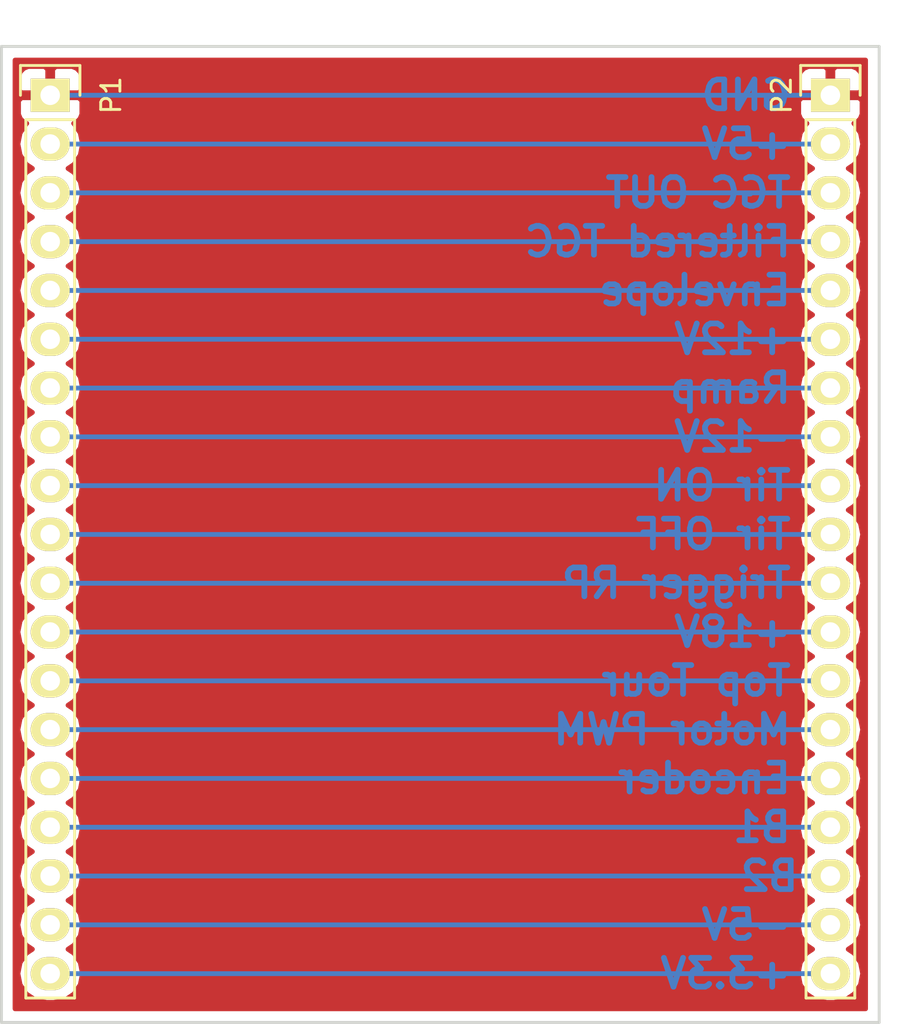
<source format=kicad_pcb>
(kicad_pcb (version 4) (host pcbnew 4.0.3+e1-6302~38~ubuntu16.04.1-stable)

  (general
    (links 19)
    (no_connects 0)
    (area 105.334999 102.794999 151.205001 153.745001)
    (thickness 1.6)
    (drawings 23)
    (tracks 19)
    (zones 0)
    (modules 2)
    (nets 20)
  )

  (page A4)
  (layers
    (0 F.Cu signal)
    (31 B.Cu signal)
    (32 B.Adhes user)
    (33 F.Adhes user)
    (34 B.Paste user)
    (35 F.Paste user)
    (36 B.SilkS user)
    (37 F.SilkS user)
    (38 B.Mask user)
    (39 F.Mask user)
    (40 Dwgs.User user)
    (41 Cmts.User user)
    (42 Eco1.User user)
    (43 Eco2.User user)
    (44 Edge.Cuts user)
    (45 Margin user)
    (46 B.CrtYd user)
    (47 F.CrtYd user)
    (48 B.Fab user)
    (49 F.Fab user)
  )

  (setup
    (last_trace_width 0.25)
    (trace_clearance 0.2)
    (zone_clearance 0.508)
    (zone_45_only no)
    (trace_min 0.2)
    (segment_width 0.2)
    (edge_width 0.15)
    (via_size 0.6)
    (via_drill 0.4)
    (via_min_size 0.4)
    (via_min_drill 0.3)
    (uvia_size 0.3)
    (uvia_drill 0.1)
    (uvias_allowed no)
    (uvia_min_size 0.2)
    (uvia_min_drill 0.1)
    (pcb_text_width 0.3)
    (pcb_text_size 1.5 1.5)
    (mod_edge_width 0.15)
    (mod_text_size 1 1)
    (mod_text_width 0.15)
    (pad_size 1.524 1.524)
    (pad_drill 0.762)
    (pad_to_mask_clearance 0.2)
    (aux_axis_origin 0 0)
    (visible_elements 7FFFFFFF)
    (pcbplotparams
      (layerselection 0x00030_80000001)
      (usegerberextensions false)
      (excludeedgelayer true)
      (linewidth 0.100000)
      (plotframeref false)
      (viasonmask false)
      (mode 1)
      (useauxorigin false)
      (hpglpennumber 1)
      (hpglpenspeed 20)
      (hpglpendiameter 15)
      (hpglpenoverlay 2)
      (psnegative false)
      (psa4output false)
      (plotreference true)
      (plotvalue true)
      (plotinvisibletext false)
      (padsonsilk false)
      (subtractmaskfromsilk false)
      (outputformat 1)
      (mirror false)
      (drillshape 0)
      (scaleselection 1)
      (outputdirectory gerber/))
  )

  (net 0 "")
  (net 1 "Net-(P1-Pad2)")
  (net 2 "Net-(P1-Pad3)")
  (net 3 "Net-(P1-Pad4)")
  (net 4 "Net-(P1-Pad5)")
  (net 5 "Net-(P1-Pad6)")
  (net 6 "Net-(P1-Pad7)")
  (net 7 "Net-(P1-Pad8)")
  (net 8 "Net-(P1-Pad9)")
  (net 9 "Net-(P1-Pad10)")
  (net 10 "Net-(P1-Pad11)")
  (net 11 "Net-(P1-Pad12)")
  (net 12 "Net-(P1-Pad13)")
  (net 13 "Net-(P1-Pad14)")
  (net 14 "Net-(P1-Pad15)")
  (net 15 "Net-(P1-Pad16)")
  (net 16 "Net-(P1-Pad17)")
  (net 17 "Net-(P1-Pad18)")
  (net 18 "Net-(P1-Pad19)")
  (net 19 GND)

  (net_class Default "This is the default net class."
    (clearance 0.2)
    (trace_width 0.25)
    (via_dia 0.6)
    (via_drill 0.4)
    (uvia_dia 0.3)
    (uvia_drill 0.1)
    (add_net GND)
    (add_net "Net-(P1-Pad10)")
    (add_net "Net-(P1-Pad11)")
    (add_net "Net-(P1-Pad12)")
    (add_net "Net-(P1-Pad13)")
    (add_net "Net-(P1-Pad14)")
    (add_net "Net-(P1-Pad15)")
    (add_net "Net-(P1-Pad16)")
    (add_net "Net-(P1-Pad17)")
    (add_net "Net-(P1-Pad18)")
    (add_net "Net-(P1-Pad19)")
    (add_net "Net-(P1-Pad2)")
    (add_net "Net-(P1-Pad3)")
    (add_net "Net-(P1-Pad4)")
    (add_net "Net-(P1-Pad5)")
    (add_net "Net-(P1-Pad6)")
    (add_net "Net-(P1-Pad7)")
    (add_net "Net-(P1-Pad8)")
    (add_net "Net-(P1-Pad9)")
  )

  (module Socket_Strips:Socket_Strip_Straight_1x19 (layer F.Cu) (tedit 57B56937) (tstamp 57B3452D)
    (at 107.95 105.41 270)
    (descr "Through hole socket strip")
    (tags "socket strip")
    (path /57B344A5)
    (fp_text reference P1 (at 0 -3.175 270) (layer F.SilkS)
      (effects (font (size 1 1) (thickness 0.15)))
    )
    (fp_text value CONN_01X19 (at 0 -3.1 270) (layer F.Fab)
      (effects (font (size 1 1) (thickness 0.15)))
    )
    (fp_line (start -1.75 -1.75) (end -1.75 1.75) (layer F.CrtYd) (width 0.05))
    (fp_line (start 47.5 -1.75) (end 47.5 1.75) (layer F.CrtYd) (width 0.05))
    (fp_line (start -1.75 -1.75) (end 47.5 -1.75) (layer F.CrtYd) (width 0.05))
    (fp_line (start -1.75 1.75) (end 47.5 1.75) (layer F.CrtYd) (width 0.05))
    (fp_line (start 1.27 1.27) (end 46.99 1.27) (layer F.SilkS) (width 0.15))
    (fp_line (start 46.99 1.27) (end 46.99 -1.27) (layer F.SilkS) (width 0.15))
    (fp_line (start 46.99 -1.27) (end 1.27 -1.27) (layer F.SilkS) (width 0.15))
    (fp_line (start -1.55 1.55) (end 0 1.55) (layer F.SilkS) (width 0.15))
    (fp_line (start 1.27 1.27) (end 1.27 -1.27) (layer F.SilkS) (width 0.15))
    (fp_line (start 0 -1.55) (end -1.55 -1.55) (layer F.SilkS) (width 0.15))
    (fp_line (start -1.55 -1.55) (end -1.55 1.55) (layer F.SilkS) (width 0.15))
    (pad 1 thru_hole rect (at 0 0 270) (size 1.7272 2.032) (drill 1.016) (layers *.Cu *.Mask F.SilkS)
      (net 19 GND))
    (pad 2 thru_hole oval (at 2.54 0 270) (size 1.7272 2.032) (drill 1.016) (layers *.Cu *.Mask F.SilkS)
      (net 1 "Net-(P1-Pad2)"))
    (pad 3 thru_hole oval (at 5.08 0 270) (size 1.7272 2.032) (drill 1.016) (layers *.Cu *.Mask F.SilkS)
      (net 2 "Net-(P1-Pad3)"))
    (pad 4 thru_hole oval (at 7.62 0 270) (size 1.7272 2.032) (drill 1.016) (layers *.Cu *.Mask F.SilkS)
      (net 3 "Net-(P1-Pad4)"))
    (pad 5 thru_hole oval (at 10.16 0 270) (size 1.7272 2.032) (drill 1.016) (layers *.Cu *.Mask F.SilkS)
      (net 4 "Net-(P1-Pad5)"))
    (pad 6 thru_hole oval (at 12.7 0 270) (size 1.7272 2.032) (drill 1.016) (layers *.Cu *.Mask F.SilkS)
      (net 5 "Net-(P1-Pad6)"))
    (pad 7 thru_hole oval (at 15.24 0 270) (size 1.7272 2.032) (drill 1.016) (layers *.Cu *.Mask F.SilkS)
      (net 6 "Net-(P1-Pad7)"))
    (pad 8 thru_hole oval (at 17.78 0 270) (size 1.7272 2.032) (drill 1.016) (layers *.Cu *.Mask F.SilkS)
      (net 7 "Net-(P1-Pad8)"))
    (pad 9 thru_hole oval (at 20.32 0 270) (size 1.7272 2.032) (drill 1.016) (layers *.Cu *.Mask F.SilkS)
      (net 8 "Net-(P1-Pad9)"))
    (pad 10 thru_hole oval (at 22.86 0 270) (size 1.7272 2.032) (drill 1.016) (layers *.Cu *.Mask F.SilkS)
      (net 9 "Net-(P1-Pad10)"))
    (pad 11 thru_hole oval (at 25.4 0 270) (size 1.7272 2.032) (drill 1.016) (layers *.Cu *.Mask F.SilkS)
      (net 10 "Net-(P1-Pad11)"))
    (pad 12 thru_hole oval (at 27.94 0 270) (size 1.7272 2.032) (drill 1.016) (layers *.Cu *.Mask F.SilkS)
      (net 11 "Net-(P1-Pad12)"))
    (pad 13 thru_hole oval (at 30.48 0 270) (size 1.7272 2.032) (drill 1.016) (layers *.Cu *.Mask F.SilkS)
      (net 12 "Net-(P1-Pad13)"))
    (pad 14 thru_hole oval (at 33.02 0 270) (size 1.7272 2.032) (drill 1.016) (layers *.Cu *.Mask F.SilkS)
      (net 13 "Net-(P1-Pad14)"))
    (pad 15 thru_hole oval (at 35.56 0 270) (size 1.7272 2.032) (drill 1.016) (layers *.Cu *.Mask F.SilkS)
      (net 14 "Net-(P1-Pad15)"))
    (pad 16 thru_hole oval (at 38.1 0 270) (size 1.7272 2.032) (drill 1.016) (layers *.Cu *.Mask F.SilkS)
      (net 15 "Net-(P1-Pad16)"))
    (pad 17 thru_hole oval (at 40.64 0 270) (size 1.7272 2.032) (drill 1.016) (layers *.Cu *.Mask F.SilkS)
      (net 16 "Net-(P1-Pad17)"))
    (pad 18 thru_hole oval (at 43.18 0 270) (size 1.7272 2.032) (drill 1.016) (layers *.Cu *.Mask F.SilkS)
      (net 17 "Net-(P1-Pad18)"))
    (pad 19 thru_hole oval (at 45.72 0 270) (size 1.7272 2.032) (drill 1.016) (layers *.Cu *.Mask F.SilkS)
      (net 18 "Net-(P1-Pad19)"))
    (model Socket_Strips.3dshapes/Socket_Strip_Straight_1x19.wrl
      (at (xyz 0.9 0 0))
      (scale (xyz 1 1 1))
      (rotate (xyz 0 0 180))
    )
  )

  (module Socket_Strips:Socket_Strip_Straight_1x19 (layer F.Cu) (tedit 57B5693B) (tstamp 57B34544)
    (at 148.59 105.41 270)
    (descr "Through hole socket strip")
    (tags "socket strip")
    (path /57B344F4)
    (fp_text reference P2 (at 0 2.54 270) (layer F.SilkS)
      (effects (font (size 1 1) (thickness 0.15)))
    )
    (fp_text value CONN_01X19 (at 0 -3.1 270) (layer F.Fab)
      (effects (font (size 1 1) (thickness 0.15)))
    )
    (fp_line (start -1.75 -1.75) (end -1.75 1.75) (layer F.CrtYd) (width 0.05))
    (fp_line (start 47.5 -1.75) (end 47.5 1.75) (layer F.CrtYd) (width 0.05))
    (fp_line (start -1.75 -1.75) (end 47.5 -1.75) (layer F.CrtYd) (width 0.05))
    (fp_line (start -1.75 1.75) (end 47.5 1.75) (layer F.CrtYd) (width 0.05))
    (fp_line (start 1.27 1.27) (end 46.99 1.27) (layer F.SilkS) (width 0.15))
    (fp_line (start 46.99 1.27) (end 46.99 -1.27) (layer F.SilkS) (width 0.15))
    (fp_line (start 46.99 -1.27) (end 1.27 -1.27) (layer F.SilkS) (width 0.15))
    (fp_line (start -1.55 1.55) (end 0 1.55) (layer F.SilkS) (width 0.15))
    (fp_line (start 1.27 1.27) (end 1.27 -1.27) (layer F.SilkS) (width 0.15))
    (fp_line (start 0 -1.55) (end -1.55 -1.55) (layer F.SilkS) (width 0.15))
    (fp_line (start -1.55 -1.55) (end -1.55 1.55) (layer F.SilkS) (width 0.15))
    (pad 1 thru_hole rect (at 0 0 270) (size 1.7272 2.032) (drill 1.016) (layers *.Cu *.Mask F.SilkS)
      (net 19 GND))
    (pad 2 thru_hole oval (at 2.54 0 270) (size 1.7272 2.032) (drill 1.016) (layers *.Cu *.Mask F.SilkS)
      (net 1 "Net-(P1-Pad2)"))
    (pad 3 thru_hole oval (at 5.08 0 270) (size 1.7272 2.032) (drill 1.016) (layers *.Cu *.Mask F.SilkS)
      (net 2 "Net-(P1-Pad3)"))
    (pad 4 thru_hole oval (at 7.62 0 270) (size 1.7272 2.032) (drill 1.016) (layers *.Cu *.Mask F.SilkS)
      (net 3 "Net-(P1-Pad4)"))
    (pad 5 thru_hole oval (at 10.16 0 270) (size 1.7272 2.032) (drill 1.016) (layers *.Cu *.Mask F.SilkS)
      (net 4 "Net-(P1-Pad5)"))
    (pad 6 thru_hole oval (at 12.7 0 270) (size 1.7272 2.032) (drill 1.016) (layers *.Cu *.Mask F.SilkS)
      (net 5 "Net-(P1-Pad6)"))
    (pad 7 thru_hole oval (at 15.24 0 270) (size 1.7272 2.032) (drill 1.016) (layers *.Cu *.Mask F.SilkS)
      (net 6 "Net-(P1-Pad7)"))
    (pad 8 thru_hole oval (at 17.78 0 270) (size 1.7272 2.032) (drill 1.016) (layers *.Cu *.Mask F.SilkS)
      (net 7 "Net-(P1-Pad8)"))
    (pad 9 thru_hole oval (at 20.32 0 270) (size 1.7272 2.032) (drill 1.016) (layers *.Cu *.Mask F.SilkS)
      (net 8 "Net-(P1-Pad9)"))
    (pad 10 thru_hole oval (at 22.86 0 270) (size 1.7272 2.032) (drill 1.016) (layers *.Cu *.Mask F.SilkS)
      (net 9 "Net-(P1-Pad10)"))
    (pad 11 thru_hole oval (at 25.4 0 270) (size 1.7272 2.032) (drill 1.016) (layers *.Cu *.Mask F.SilkS)
      (net 10 "Net-(P1-Pad11)"))
    (pad 12 thru_hole oval (at 27.94 0 270) (size 1.7272 2.032) (drill 1.016) (layers *.Cu *.Mask F.SilkS)
      (net 11 "Net-(P1-Pad12)"))
    (pad 13 thru_hole oval (at 30.48 0 270) (size 1.7272 2.032) (drill 1.016) (layers *.Cu *.Mask F.SilkS)
      (net 12 "Net-(P1-Pad13)"))
    (pad 14 thru_hole oval (at 33.02 0 270) (size 1.7272 2.032) (drill 1.016) (layers *.Cu *.Mask F.SilkS)
      (net 13 "Net-(P1-Pad14)"))
    (pad 15 thru_hole oval (at 35.56 0 270) (size 1.7272 2.032) (drill 1.016) (layers *.Cu *.Mask F.SilkS)
      (net 14 "Net-(P1-Pad15)"))
    (pad 16 thru_hole oval (at 38.1 0 270) (size 1.7272 2.032) (drill 1.016) (layers *.Cu *.Mask F.SilkS)
      (net 15 "Net-(P1-Pad16)"))
    (pad 17 thru_hole oval (at 40.64 0 270) (size 1.7272 2.032) (drill 1.016) (layers *.Cu *.Mask F.SilkS)
      (net 16 "Net-(P1-Pad17)"))
    (pad 18 thru_hole oval (at 43.18 0 270) (size 1.7272 2.032) (drill 1.016) (layers *.Cu *.Mask F.SilkS)
      (net 17 "Net-(P1-Pad18)"))
    (pad 19 thru_hole oval (at 45.72 0 270) (size 1.7272 2.032) (drill 1.016) (layers *.Cu *.Mask F.SilkS)
      (net 18 "Net-(P1-Pad19)"))
    (model Socket_Strips.3dshapes/Socket_Strip_Straight_1x19.wrl
      (at (xyz 0.9 0 0))
      (scale (xyz 1 1 1))
      (rotate (xyz 0 0 180))
    )
  )

  (gr_text +3.3V (at 146.685 151.13) (layer B.Cu)
    (effects (font (size 1.5 1.5) (thickness 0.3)) (justify left mirror))
  )
  (gr_text -5V (at 146.685 148.59) (layer B.Cu)
    (effects (font (size 1.5 1.5) (thickness 0.3)) (justify left mirror))
  )
  (gr_text B2 (at 145.415 146.05) (layer B.Cu)
    (effects (font (size 1.5 1.5) (thickness 0.3)) (justify mirror))
  )
  (gr_text B1 (at 146.685 143.51) (layer B.Cu)
    (effects (font (size 1.5 1.5) (thickness 0.3)) (justify left mirror))
  )
  (gr_text Encoder (at 146.685 140.97) (layer B.Cu)
    (effects (font (size 1.5 1.5) (thickness 0.3)) (justify left mirror))
  )
  (gr_text "Motor PWM" (at 146.685 138.43) (layer B.Cu)
    (effects (font (size 1.5 1.5) (thickness 0.3)) (justify left mirror))
  )
  (gr_text "Top Tour" (at 146.685 135.89) (layer B.Cu)
    (effects (font (size 1.5 1.5) (thickness 0.3)) (justify left mirror))
  )
  (gr_text +18V (at 146.685 133.35) (layer B.Cu)
    (effects (font (size 1.5 1.5) (thickness 0.3)) (justify left mirror))
  )
  (gr_text "Trigger RP" (at 146.685 130.81) (layer B.Cu)
    (effects (font (size 1.5 1.5) (thickness 0.3)) (justify left mirror))
  )
  (gr_text "Tir OFF" (at 146.685 128.27) (layer B.Cu)
    (effects (font (size 1.5 1.5) (thickness 0.3)) (justify left mirror))
  )
  (gr_text "Tir ON" (at 146.685 125.73) (layer B.Cu)
    (effects (font (size 1.5 1.5) (thickness 0.3)) (justify left mirror))
  )
  (gr_text -12V (at 146.685 123.19) (layer B.Cu)
    (effects (font (size 1.5 1.5) (thickness 0.3)) (justify left mirror))
  )
  (gr_text Ramp (at 146.685 120.65) (layer B.Cu)
    (effects (font (size 1.5 1.5) (thickness 0.3)) (justify left mirror))
  )
  (gr_text "+12V\n" (at 146.685 118.11) (layer B.Cu)
    (effects (font (size 1.5 1.5) (thickness 0.3)) (justify left mirror))
  )
  (gr_text Envelope (at 146.685 115.57) (layer B.Cu)
    (effects (font (size 1.5 1.5) (thickness 0.3)) (justify left mirror))
  )
  (gr_text "Filtered TGC" (at 146.685 113.03) (layer B.Cu)
    (effects (font (size 1.5 1.5) (thickness 0.3)) (justify left mirror))
  )
  (gr_text "TGC OUT" (at 146.685 110.49) (layer B.Cu)
    (effects (font (size 1.5 1.5) (thickness 0.3)) (justify left mirror))
  )
  (gr_text +5V (at 146.685 107.95) (layer B.Cu)
    (effects (font (size 1.5 1.5) (thickness 0.3)) (justify left mirror))
  )
  (gr_text GND (at 146.685 105.41) (layer B.Cu)
    (effects (font (size 1.5 1.5) (thickness 0.3)) (justify left mirror))
  )
  (gr_line (start 151.13 102.87) (end 105.41 102.87) (angle 90) (layer Edge.Cuts) (width 0.15))
  (gr_line (start 151.13 153.67) (end 151.13 102.87) (angle 90) (layer Edge.Cuts) (width 0.15))
  (gr_line (start 105.41 153.67) (end 151.13 153.67) (angle 90) (layer Edge.Cuts) (width 0.15))
  (gr_line (start 105.41 102.87) (end 105.41 153.67) (angle 90) (layer Edge.Cuts) (width 0.15))

  (segment (start 107.95 107.95) (end 148.59 107.95) (width 0.25) (layer B.Cu) (net 1))
  (segment (start 107.95 110.49) (end 148.59 110.49) (width 0.25) (layer B.Cu) (net 2))
  (segment (start 107.95 113.03) (end 148.59 113.03) (width 0.25) (layer B.Cu) (net 3))
  (segment (start 107.95 115.57) (end 148.59 115.57) (width 0.25) (layer B.Cu) (net 4))
  (segment (start 107.95 118.11) (end 148.59 118.11) (width 0.25) (layer B.Cu) (net 5))
  (segment (start 107.95 120.65) (end 148.59 120.65) (width 0.25) (layer B.Cu) (net 6))
  (segment (start 107.95 123.19) (end 148.59 123.19) (width 0.25) (layer B.Cu) (net 7))
  (segment (start 107.95 125.73) (end 148.59 125.73) (width 0.25) (layer B.Cu) (net 8))
  (segment (start 107.95 128.27) (end 148.59 128.27) (width 0.25) (layer B.Cu) (net 9))
  (segment (start 107.95 130.81) (end 148.59 130.81) (width 0.25) (layer B.Cu) (net 10))
  (segment (start 107.95 133.35) (end 148.59 133.35) (width 0.25) (layer B.Cu) (net 11))
  (segment (start 107.95 135.89) (end 148.59 135.89) (width 0.25) (layer B.Cu) (net 12))
  (segment (start 107.95 138.43) (end 148.59 138.43) (width 0.25) (layer B.Cu) (net 13))
  (segment (start 107.95 140.97) (end 148.59 140.97) (width 0.25) (layer B.Cu) (net 14))
  (segment (start 107.95 143.51) (end 148.59 143.51) (width 0.25) (layer B.Cu) (net 15))
  (segment (start 107.95 146.05) (end 148.59 146.05) (width 0.25) (layer B.Cu) (net 16))
  (segment (start 107.95 148.59) (end 148.59 148.59) (width 0.25) (layer B.Cu) (net 17))
  (segment (start 107.95 151.13) (end 148.59 151.13) (width 0.25) (layer B.Cu) (net 18))
  (segment (start 107.95 105.41) (end 148.59 105.41) (width 0.25) (layer B.Cu) (net 19))

  (zone (net 19) (net_name GND) (layer F.Cu) (tstamp 57B345C9) (hatch edge 0.508)
    (connect_pads (clearance 0.508))
    (min_thickness 0.254)
    (fill yes (arc_segments 16) (thermal_gap 0.508) (thermal_bridge_width 0.508))
    (polygon
      (pts
        (xy 151.13 153.67) (xy 105.41 153.67) (xy 105.41 102.87) (xy 151.13 102.87)
      )
    )
    (filled_polygon
      (pts
        (xy 150.42 152.96) (xy 106.12 152.96) (xy 106.12 107.95) (xy 106.266655 107.95) (xy 106.380729 108.523489)
        (xy 106.705585 109.00967) (xy 107.020366 109.22) (xy 106.705585 109.43033) (xy 106.380729 109.916511) (xy 106.266655 110.49)
        (xy 106.380729 111.063489) (xy 106.705585 111.54967) (xy 107.020366 111.76) (xy 106.705585 111.97033) (xy 106.380729 112.456511)
        (xy 106.266655 113.03) (xy 106.380729 113.603489) (xy 106.705585 114.08967) (xy 107.020366 114.3) (xy 106.705585 114.51033)
        (xy 106.380729 114.996511) (xy 106.266655 115.57) (xy 106.380729 116.143489) (xy 106.705585 116.62967) (xy 107.020366 116.84)
        (xy 106.705585 117.05033) (xy 106.380729 117.536511) (xy 106.266655 118.11) (xy 106.380729 118.683489) (xy 106.705585 119.16967)
        (xy 107.020366 119.38) (xy 106.705585 119.59033) (xy 106.380729 120.076511) (xy 106.266655 120.65) (xy 106.380729 121.223489)
        (xy 106.705585 121.70967) (xy 107.020366 121.92) (xy 106.705585 122.13033) (xy 106.380729 122.616511) (xy 106.266655 123.19)
        (xy 106.380729 123.763489) (xy 106.705585 124.24967) (xy 107.020366 124.46) (xy 106.705585 124.67033) (xy 106.380729 125.156511)
        (xy 106.266655 125.73) (xy 106.380729 126.303489) (xy 106.705585 126.78967) (xy 107.020366 127) (xy 106.705585 127.21033)
        (xy 106.380729 127.696511) (xy 106.266655 128.27) (xy 106.380729 128.843489) (xy 106.705585 129.32967) (xy 107.020366 129.54)
        (xy 106.705585 129.75033) (xy 106.380729 130.236511) (xy 106.266655 130.81) (xy 106.380729 131.383489) (xy 106.705585 131.86967)
        (xy 107.020366 132.08) (xy 106.705585 132.29033) (xy 106.380729 132.776511) (xy 106.266655 133.35) (xy 106.380729 133.923489)
        (xy 106.705585 134.40967) (xy 107.020366 134.62) (xy 106.705585 134.83033) (xy 106.380729 135.316511) (xy 106.266655 135.89)
        (xy 106.380729 136.463489) (xy 106.705585 136.94967) (xy 107.020366 137.16) (xy 106.705585 137.37033) (xy 106.380729 137.856511)
        (xy 106.266655 138.43) (xy 106.380729 139.003489) (xy 106.705585 139.48967) (xy 107.020366 139.7) (xy 106.705585 139.91033)
        (xy 106.380729 140.396511) (xy 106.266655 140.97) (xy 106.380729 141.543489) (xy 106.705585 142.02967) (xy 107.020366 142.24)
        (xy 106.705585 142.45033) (xy 106.380729 142.936511) (xy 106.266655 143.51) (xy 106.380729 144.083489) (xy 106.705585 144.56967)
        (xy 107.020366 144.78) (xy 106.705585 144.99033) (xy 106.380729 145.476511) (xy 106.266655 146.05) (xy 106.380729 146.623489)
        (xy 106.705585 147.10967) (xy 107.020366 147.32) (xy 106.705585 147.53033) (xy 106.380729 148.016511) (xy 106.266655 148.59)
        (xy 106.380729 149.163489) (xy 106.705585 149.64967) (xy 107.020366 149.86) (xy 106.705585 150.07033) (xy 106.380729 150.556511)
        (xy 106.266655 151.13) (xy 106.380729 151.703489) (xy 106.705585 152.18967) (xy 107.191766 152.514526) (xy 107.765255 152.6286)
        (xy 108.134745 152.6286) (xy 108.708234 152.514526) (xy 109.194415 152.18967) (xy 109.519271 151.703489) (xy 109.633345 151.13)
        (xy 109.519271 150.556511) (xy 109.194415 150.07033) (xy 108.879634 149.86) (xy 109.194415 149.64967) (xy 109.519271 149.163489)
        (xy 109.633345 148.59) (xy 109.519271 148.016511) (xy 109.194415 147.53033) (xy 108.879634 147.32) (xy 109.194415 147.10967)
        (xy 109.519271 146.623489) (xy 109.633345 146.05) (xy 109.519271 145.476511) (xy 109.194415 144.99033) (xy 108.879634 144.78)
        (xy 109.194415 144.56967) (xy 109.519271 144.083489) (xy 109.633345 143.51) (xy 109.519271 142.936511) (xy 109.194415 142.45033)
        (xy 108.879634 142.24) (xy 109.194415 142.02967) (xy 109.519271 141.543489) (xy 109.633345 140.97) (xy 109.519271 140.396511)
        (xy 109.194415 139.91033) (xy 108.879634 139.7) (xy 109.194415 139.48967) (xy 109.519271 139.003489) (xy 109.633345 138.43)
        (xy 109.519271 137.856511) (xy 109.194415 137.37033) (xy 108.879634 137.16) (xy 109.194415 136.94967) (xy 109.519271 136.463489)
        (xy 109.633345 135.89) (xy 109.519271 135.316511) (xy 109.194415 134.83033) (xy 108.879634 134.62) (xy 109.194415 134.40967)
        (xy 109.519271 133.923489) (xy 109.633345 133.35) (xy 109.519271 132.776511) (xy 109.194415 132.29033) (xy 108.879634 132.08)
        (xy 109.194415 131.86967) (xy 109.519271 131.383489) (xy 109.633345 130.81) (xy 109.519271 130.236511) (xy 109.194415 129.75033)
        (xy 108.879634 129.54) (xy 109.194415 129.32967) (xy 109.519271 128.843489) (xy 109.633345 128.27) (xy 109.519271 127.696511)
        (xy 109.194415 127.21033) (xy 108.879634 127) (xy 109.194415 126.78967) (xy 109.519271 126.303489) (xy 109.633345 125.73)
        (xy 109.519271 125.156511) (xy 109.194415 124.67033) (xy 108.879634 124.46) (xy 109.194415 124.24967) (xy 109.519271 123.763489)
        (xy 109.633345 123.19) (xy 109.519271 122.616511) (xy 109.194415 122.13033) (xy 108.879634 121.92) (xy 109.194415 121.70967)
        (xy 109.519271 121.223489) (xy 109.633345 120.65) (xy 109.519271 120.076511) (xy 109.194415 119.59033) (xy 108.879634 119.38)
        (xy 109.194415 119.16967) (xy 109.519271 118.683489) (xy 109.633345 118.11) (xy 109.519271 117.536511) (xy 109.194415 117.05033)
        (xy 108.879634 116.84) (xy 109.194415 116.62967) (xy 109.519271 116.143489) (xy 109.633345 115.57) (xy 109.519271 114.996511)
        (xy 109.194415 114.51033) (xy 108.879634 114.3) (xy 109.194415 114.08967) (xy 109.519271 113.603489) (xy 109.633345 113.03)
        (xy 109.519271 112.456511) (xy 109.194415 111.97033) (xy 108.879634 111.76) (xy 109.194415 111.54967) (xy 109.519271 111.063489)
        (xy 109.633345 110.49) (xy 109.519271 109.916511) (xy 109.194415 109.43033) (xy 108.879634 109.22) (xy 109.194415 109.00967)
        (xy 109.519271 108.523489) (xy 109.633345 107.95) (xy 146.906655 107.95) (xy 147.020729 108.523489) (xy 147.345585 109.00967)
        (xy 147.660366 109.22) (xy 147.345585 109.43033) (xy 147.020729 109.916511) (xy 146.906655 110.49) (xy 147.020729 111.063489)
        (xy 147.345585 111.54967) (xy 147.660366 111.76) (xy 147.345585 111.97033) (xy 147.020729 112.456511) (xy 146.906655 113.03)
        (xy 147.020729 113.603489) (xy 147.345585 114.08967) (xy 147.660366 114.3) (xy 147.345585 114.51033) (xy 147.020729 114.996511)
        (xy 146.906655 115.57) (xy 147.020729 116.143489) (xy 147.345585 116.62967) (xy 147.660366 116.84) (xy 147.345585 117.05033)
        (xy 147.020729 117.536511) (xy 146.906655 118.11) (xy 147.020729 118.683489) (xy 147.345585 119.16967) (xy 147.660366 119.38)
        (xy 147.345585 119.59033) (xy 147.020729 120.076511) (xy 146.906655 120.65) (xy 147.020729 121.223489) (xy 147.345585 121.70967)
        (xy 147.660366 121.92) (xy 147.345585 122.13033) (xy 147.020729 122.616511) (xy 146.906655 123.19) (xy 147.020729 123.763489)
        (xy 147.345585 124.24967) (xy 147.660366 124.46) (xy 147.345585 124.67033) (xy 147.020729 125.156511) (xy 146.906655 125.73)
        (xy 147.020729 126.303489) (xy 147.345585 126.78967) (xy 147.660366 127) (xy 147.345585 127.21033) (xy 147.020729 127.696511)
        (xy 146.906655 128.27) (xy 147.020729 128.843489) (xy 147.345585 129.32967) (xy 147.660366 129.54) (xy 147.345585 129.75033)
        (xy 147.020729 130.236511) (xy 146.906655 130.81) (xy 147.020729 131.383489) (xy 147.345585 131.86967) (xy 147.660366 132.08)
        (xy 147.345585 132.29033) (xy 147.020729 132.776511) (xy 146.906655 133.35) (xy 147.020729 133.923489) (xy 147.345585 134.40967)
        (xy 147.660366 134.62) (xy 147.345585 134.83033) (xy 147.020729 135.316511) (xy 146.906655 135.89) (xy 147.020729 136.463489)
        (xy 147.345585 136.94967) (xy 147.660366 137.16) (xy 147.345585 137.37033) (xy 147.020729 137.856511) (xy 146.906655 138.43)
        (xy 147.020729 139.003489) (xy 147.345585 139.48967) (xy 147.660366 139.7) (xy 147.345585 139.91033) (xy 147.020729 140.396511)
        (xy 146.906655 140.97) (xy 147.020729 141.543489) (xy 147.345585 142.02967) (xy 147.660366 142.24) (xy 147.345585 142.45033)
        (xy 147.020729 142.936511) (xy 146.906655 143.51) (xy 147.020729 144.083489) (xy 147.345585 144.56967) (xy 147.660366 144.78)
        (xy 147.345585 144.99033) (xy 147.020729 145.476511) (xy 146.906655 146.05) (xy 147.020729 146.623489) (xy 147.345585 147.10967)
        (xy 147.660366 147.32) (xy 147.345585 147.53033) (xy 147.020729 148.016511) (xy 146.906655 148.59) (xy 147.020729 149.163489)
        (xy 147.345585 149.64967) (xy 147.660366 149.86) (xy 147.345585 150.07033) (xy 147.020729 150.556511) (xy 146.906655 151.13)
        (xy 147.020729 151.703489) (xy 147.345585 152.18967) (xy 147.831766 152.514526) (xy 148.405255 152.6286) (xy 148.774745 152.6286)
        (xy 149.348234 152.514526) (xy 149.834415 152.18967) (xy 150.159271 151.703489) (xy 150.273345 151.13) (xy 150.159271 150.556511)
        (xy 149.834415 150.07033) (xy 149.519634 149.86) (xy 149.834415 149.64967) (xy 150.159271 149.163489) (xy 150.273345 148.59)
        (xy 150.159271 148.016511) (xy 149.834415 147.53033) (xy 149.519634 147.32) (xy 149.834415 147.10967) (xy 150.159271 146.623489)
        (xy 150.273345 146.05) (xy 150.159271 145.476511) (xy 149.834415 144.99033) (xy 149.519634 144.78) (xy 149.834415 144.56967)
        (xy 150.159271 144.083489) (xy 150.273345 143.51) (xy 150.159271 142.936511) (xy 149.834415 142.45033) (xy 149.519634 142.24)
        (xy 149.834415 142.02967) (xy 150.159271 141.543489) (xy 150.273345 140.97) (xy 150.159271 140.396511) (xy 149.834415 139.91033)
        (xy 149.519634 139.7) (xy 149.834415 139.48967) (xy 150.159271 139.003489) (xy 150.273345 138.43) (xy 150.159271 137.856511)
        (xy 149.834415 137.37033) (xy 149.519634 137.16) (xy 149.834415 136.94967) (xy 150.159271 136.463489) (xy 150.273345 135.89)
        (xy 150.159271 135.316511) (xy 149.834415 134.83033) (xy 149.519634 134.62) (xy 149.834415 134.40967) (xy 150.159271 133.923489)
        (xy 150.273345 133.35) (xy 150.159271 132.776511) (xy 149.834415 132.29033) (xy 149.519634 132.08) (xy 149.834415 131.86967)
        (xy 150.159271 131.383489) (xy 150.273345 130.81) (xy 150.159271 130.236511) (xy 149.834415 129.75033) (xy 149.519634 129.54)
        (xy 149.834415 129.32967) (xy 150.159271 128.843489) (xy 150.273345 128.27) (xy 150.159271 127.696511) (xy 149.834415 127.21033)
        (xy 149.519634 127) (xy 149.834415 126.78967) (xy 150.159271 126.303489) (xy 150.273345 125.73) (xy 150.159271 125.156511)
        (xy 149.834415 124.67033) (xy 149.519634 124.46) (xy 149.834415 124.24967) (xy 150.159271 123.763489) (xy 150.273345 123.19)
        (xy 150.159271 122.616511) (xy 149.834415 122.13033) (xy 149.519634 121.92) (xy 149.834415 121.70967) (xy 150.159271 121.223489)
        (xy 150.273345 120.65) (xy 150.159271 120.076511) (xy 149.834415 119.59033) (xy 149.519634 119.38) (xy 149.834415 119.16967)
        (xy 150.159271 118.683489) (xy 150.273345 118.11) (xy 150.159271 117.536511) (xy 149.834415 117.05033) (xy 149.519634 116.84)
        (xy 149.834415 116.62967) (xy 150.159271 116.143489) (xy 150.273345 115.57) (xy 150.159271 114.996511) (xy 149.834415 114.51033)
        (xy 149.519634 114.3) (xy 149.834415 114.08967) (xy 150.159271 113.603489) (xy 150.273345 113.03) (xy 150.159271 112.456511)
        (xy 149.834415 111.97033) (xy 149.519634 111.76) (xy 149.834415 111.54967) (xy 150.159271 111.063489) (xy 150.273345 110.49)
        (xy 150.159271 109.916511) (xy 149.834415 109.43033) (xy 149.519634 109.22) (xy 149.834415 109.00967) (xy 150.159271 108.523489)
        (xy 150.273345 107.95) (xy 150.159271 107.376511) (xy 149.834415 106.89033) (xy 149.81222 106.8755) (xy 149.965699 106.811927)
        (xy 150.144327 106.633298) (xy 150.241 106.399909) (xy 150.241 105.69575) (xy 150.08225 105.537) (xy 148.717 105.537)
        (xy 148.717 105.557) (xy 148.463 105.557) (xy 148.463 105.537) (xy 147.09775 105.537) (xy 146.939 105.69575)
        (xy 146.939 106.399909) (xy 147.035673 106.633298) (xy 147.214301 106.811927) (xy 147.36778 106.8755) (xy 147.345585 106.89033)
        (xy 147.020729 107.376511) (xy 146.906655 107.95) (xy 109.633345 107.95) (xy 109.519271 107.376511) (xy 109.194415 106.89033)
        (xy 109.17222 106.8755) (xy 109.325699 106.811927) (xy 109.504327 106.633298) (xy 109.601 106.399909) (xy 109.601 105.69575)
        (xy 109.44225 105.537) (xy 108.077 105.537) (xy 108.077 105.557) (xy 107.823 105.557) (xy 107.823 105.537)
        (xy 106.45775 105.537) (xy 106.299 105.69575) (xy 106.299 106.399909) (xy 106.395673 106.633298) (xy 106.574301 106.811927)
        (xy 106.72778 106.8755) (xy 106.705585 106.89033) (xy 106.380729 107.376511) (xy 106.266655 107.95) (xy 106.12 107.95)
        (xy 106.12 104.420091) (xy 106.299 104.420091) (xy 106.299 105.12425) (xy 106.45775 105.283) (xy 107.823 105.283)
        (xy 107.823 104.07015) (xy 108.077 104.07015) (xy 108.077 105.283) (xy 109.44225 105.283) (xy 109.601 105.12425)
        (xy 109.601 104.420091) (xy 146.939 104.420091) (xy 146.939 105.12425) (xy 147.09775 105.283) (xy 148.463 105.283)
        (xy 148.463 104.07015) (xy 148.717 104.07015) (xy 148.717 105.283) (xy 150.08225 105.283) (xy 150.241 105.12425)
        (xy 150.241 104.420091) (xy 150.144327 104.186702) (xy 149.965699 104.008073) (xy 149.73231 103.9114) (xy 148.87575 103.9114)
        (xy 148.717 104.07015) (xy 148.463 104.07015) (xy 148.30425 103.9114) (xy 147.44769 103.9114) (xy 147.214301 104.008073)
        (xy 147.035673 104.186702) (xy 146.939 104.420091) (xy 109.601 104.420091) (xy 109.504327 104.186702) (xy 109.325699 104.008073)
        (xy 109.09231 103.9114) (xy 108.23575 103.9114) (xy 108.077 104.07015) (xy 107.823 104.07015) (xy 107.66425 103.9114)
        (xy 106.80769 103.9114) (xy 106.574301 104.008073) (xy 106.395673 104.186702) (xy 106.299 104.420091) (xy 106.12 104.420091)
        (xy 106.12 103.58) (xy 150.42 103.58)
      )
    )
  )
)

</source>
